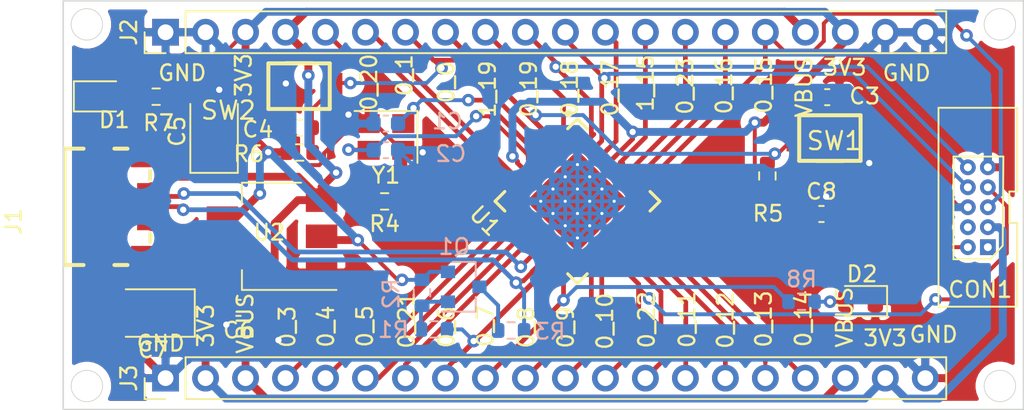
<source format=kicad_pcb>
(kicad_pcb (version 20171130) (host pcbnew "(5.1.8-0-10_14)")
  (layers (0 F.Cu signal) (31 B.Cu signal) (34 B.Paste user) (35 F.Paste user) (36 B.SilkS user) (37 F.SilkS user) (38 B.Mask user) (39 F.Mask user) (44 Edge.Cuts user))
  (net 0 "")
  (net 1 PIO0_19)
  (net 2 PIO0_18)
  (net 3 PIO0_17)
  (net 4 PIO1_15)
  (net 5 PIO0_23)
  (net 6 PIO0_16)
  (net 7 PIO0_15)
  (net 8 PIO0_14)
  (net 9 PIO0_13)
  (net 10 PIO0_12)
  (net 11 PIO0_11)
  (net 12 PIO0_22)
  (net 13 PIO0_10)
  (net 14 PIO0_9)
  (net 15 PIO0_8)
  (net 16 PIO0_7)
  (net 17 PIO0_6)
  (net 18 USB_DP)
  (net 19 USB_DM)
  (net 20 PIO0_21)
  (net 21 PIO0_5)
  (net 22 PIO0_4)
  (net 23 PIO0_3)
  (net 24 PIO0_2)
  (net 25 PIO0_20)
  (net 26 PIO0_1)
  (net 27 PIO0_0)
  (net 28 PIO1_19)
  (net 29 GND)
  (net 30 "Net-(CON1-Pad4)")
  (net 31 "Net-(CON1-Pad1)")
  (net 32 +3V3)
  (net 33 VBUS)
  (net 34 "Net-(J1-Pad4)")
  (net 35 "Net-(Q1-Pad1)")
  (net 36 "Net-(Q1-Pad3)")
  (net 37 "Net-(C1-Pad2)")
  (net 38 "Net-(C2-Pad2)")
  (net 39 "Net-(D1-Pad2)")
  (net 40 "Net-(D2-Pad2)")
  (module Capacitor_Tantalum_SMD:CP_EIA-3528-21_Kemet-B_Pad1.50x2.35mm_HandSolder (layer F.Cu) (at 105.72 93.86 180)
    (fp_text reference C7 (at 0 -2.35) (layer F.SilkS))
    (fp_text value CP)
    (pad 2 smd roundrect (at 1.625 0 180) (size 1.5 2.35) (layers F.Cu F.Paste F.Mask) (roundrect_rratio 0.166667) (net 29 GND))
    (pad 1 smd roundrect (at -1.625 0 180) (size 1.5 2.35) (layers F.Cu F.Paste F.Mask) (roundrect_rratio 0.166667) (net 32 +3V3))
  )
  (module Capacitor_Tantalum_SMD:CP_EIA-3528-21_Kemet-B_Pad1.50x2.35mm_HandSolder (layer F.Cu) (at 109.58 82.31 90)
    (fp_text reference C5 (at 0 -2.35 90) (layer F.SilkS))
    (fp_text value CP)
    (pad 2 smd roundrect (at 1.625 0 90) (size 1.5 2.35) (layers F.Cu F.Paste F.Mask) (roundrect_rratio 0.166667) (net 29 GND))
    (pad 1 smd roundrect (at -1.625 0 90) (size 1.5 2.35) (layers F.Cu F.Paste F.Mask) (roundrect_rratio 0.166667) (net 33 VBUS))
  )
  (module Capacitor_SMD:C_0603_1608Metric_Pad1.08x0.95mm_HandSolder (layer F.Cu) (at 148.1625 87.56)
    (fp_text reference C8 (at 0 -1.43) (layer F.SilkS))
    (fp_text value C)
    (pad 2 smd roundrect (at 0.8625 0) (size 1.075 0.95) (layers F.Cu F.Paste F.Mask) (net 29 GND))
    (pad 1 smd roundrect (at -0.8625 0) (size 1.075 0.95) (layers F.Cu F.Paste F.Mask) (net 32 +3V3))
  )
  (module Capacitor_SMD:C_0603_1608Metric_Pad1.08x0.95mm_HandSolder (layer F.Cu) (at 111.13 93.53 180)
    (fp_text reference C6 (at 0 -1.43) (layer F.SilkS))
    (fp_text value C)
    (pad 2 smd roundrect (at 0.8625 0 180) (size 1.075 0.95) (layers F.Cu F.Paste F.Mask) (net 29 GND))
    (pad 1 smd roundrect (at -0.8625 0 180) (size 1.075 0.95) (layers F.Cu F.Paste F.Mask) (net 33 VBUS))
  )
  (module Crystal:Crystal_SMD_3225-4Pin_3.2x2.5mm (layer F.Cu) (at 120.5 82.66 180)
    (fp_text reference Y1 (at 0 -2.45) (layer F.SilkS))
    (fp_text value 8MHz)
    (pad 4 smd rect (at -1.1 -0.85 180) (size 1.4 1.2) (layers F.Cu F.Paste F.Mask) (net 29 GND))
    (pad 3 smd rect (at 1.1 -0.85 180) (size 1.4 1.2) (layers F.Cu F.Paste F.Mask) (net 38 "Net-(C2-Pad2)"))
    (pad 2 smd rect (at 1.1 0.85 180) (size 1.4 1.2) (layers F.Cu F.Paste F.Mask) (net 29 GND))
    (pad 1 smd rect (at -1.1 0.85 180) (size 1.4 1.2) (layers F.Cu F.Paste F.Mask) (net 37 "Net-(C1-Pad2)"))
  )
  (module Connector_PinHeader_2.54mm:PinHeader_1x20_P2.54mm_Vertical (layer F.Cu) (at 106.5 98 90)
    (fp_text reference J3 (at 0 -2.33 90) (layer F.SilkS))
    (fp_text value Conn_01x20)
    (pad 20 thru_hole oval (at 0 48.26 90) (size 1.7 1.7) (drill 1) (layers *.Cu *.Mask) (net 29 GND))
    (pad 19 thru_hole oval (at 0 45.72 90) (size 1.7 1.7) (drill 1) (layers *.Cu *.Mask) (net 32 +3V3))
    (pad 18 thru_hole oval (at 0 43.18 90) (size 1.7 1.7) (drill 1) (layers *.Cu *.Mask) (net 33 VBUS))
    (pad 17 thru_hole oval (at 0 40.64 90) (size 1.7 1.7) (drill 1) (layers *.Cu *.Mask) (net 8 PIO0_14))
    (pad 16 thru_hole oval (at 0 38.1 90) (size 1.7 1.7) (drill 1) (layers *.Cu *.Mask) (net 9 PIO0_13))
    (pad 15 thru_hole oval (at 0 35.56 90) (size 1.7 1.7) (drill 1) (layers *.Cu *.Mask) (net 10 PIO0_12))
    (pad 14 thru_hole oval (at 0 33.02 90) (size 1.7 1.7) (drill 1) (layers *.Cu *.Mask) (net 11 PIO0_11))
    (pad 13 thru_hole oval (at 0 30.48 90) (size 1.7 1.7) (drill 1) (layers *.Cu *.Mask) (net 12 PIO0_22))
    (pad 12 thru_hole oval (at 0 27.94 90) (size 1.7 1.7) (drill 1) (layers *.Cu *.Mask) (net 13 PIO0_10))
    (pad 11 thru_hole oval (at 0 25.4 90) (size 1.7 1.7) (drill 1) (layers *.Cu *.Mask) (net 14 PIO0_9))
    (pad 10 thru_hole oval (at 0 22.86 90) (size 1.7 1.7) (drill 1) (layers *.Cu *.Mask) (net 15 PIO0_8))
    (pad 9 thru_hole oval (at 0 20.32 90) (size 1.7 1.7) (drill 1) (layers *.Cu *.Mask) (net 16 PIO0_7))
    (pad 8 thru_hole oval (at 0 17.78 90) (size 1.7 1.7) (drill 1) (layers *.Cu *.Mask) (net 17 PIO0_6))
    (pad 7 thru_hole oval (at 0 15.24 90) (size 1.7 1.7) (drill 1) (layers *.Cu *.Mask) (net 20 PIO0_21))
    (pad 6 thru_hole oval (at 0 12.7 90) (size 1.7 1.7) (drill 1) (layers *.Cu *.Mask) (net 21 PIO0_5))
    (pad 5 thru_hole oval (at 0 10.16 90) (size 1.7 1.7) (drill 1) (layers *.Cu *.Mask) (net 22 PIO0_4))
    (pad 4 thru_hole oval (at 0 7.62 90) (size 1.7 1.7) (drill 1) (layers *.Cu *.Mask) (net 23 PIO0_3))
    (pad 3 thru_hole oval (at 0 5.08 90) (size 1.7 1.7) (drill 1) (layers *.Cu *.Mask) (net 33 VBUS))
    (pad 2 thru_hole oval (at 0 2.54 90) (size 1.7 1.7) (drill 1) (layers *.Cu *.Mask) (net 32 +3V3))
    (pad 1 thru_hole rect (at 0 0 90) (size 1.7 1.7) (drill 1) (layers *.Cu *.Mask) (net 29 GND))
  )
  (module Connector_PinHeader_2.54mm:PinHeader_1x20_P2.54mm_Vertical (layer F.Cu) (at 106.5 76 90)
    (fp_text reference J2 (at 0 -2.33 90) (layer F.SilkS))
    (fp_text value Conn_01x20)
    (pad 20 thru_hole oval (at 0 48.26 90) (size 1.7 1.7) (drill 1) (layers *.Cu *.Mask) (net 29 GND))
    (pad 19 thru_hole oval (at 0 45.72 90) (size 1.7 1.7) (drill 1) (layers *.Cu *.Mask) (net 29 GND))
    (pad 18 thru_hole oval (at 0 43.18 90) (size 1.7 1.7) (drill 1) (layers *.Cu *.Mask) (net 32 +3V3))
    (pad 17 thru_hole oval (at 0 40.64 90) (size 1.7 1.7) (drill 1) (layers *.Cu *.Mask) (net 33 VBUS))
    (pad 16 thru_hole oval (at 0 38.1 90) (size 1.7 1.7) (drill 1) (layers *.Cu *.Mask) (net 7 PIO0_15))
    (pad 15 thru_hole oval (at 0 35.56 90) (size 1.7 1.7) (drill 1) (layers *.Cu *.Mask) (net 6 PIO0_16))
    (pad 14 thru_hole oval (at 0 33.02 90) (size 1.7 1.7) (drill 1) (layers *.Cu *.Mask) (net 5 PIO0_23))
    (pad 13 thru_hole oval (at 0 30.48 90) (size 1.7 1.7) (drill 1) (layers *.Cu *.Mask) (net 4 PIO1_15))
    (pad 12 thru_hole oval (at 0 27.94 90) (size 1.7 1.7) (drill 1) (layers *.Cu *.Mask) (net 3 PIO0_17))
    (pad 11 thru_hole oval (at 0 25.4 90) (size 1.7 1.7) (drill 1) (layers *.Cu *.Mask) (net 2 PIO0_18))
    (pad 10 thru_hole oval (at 0 22.86 90) (size 1.7 1.7) (drill 1) (layers *.Cu *.Mask) (net 1 PIO0_19))
    (pad 9 thru_hole oval (at 0 20.32 90) (size 1.7 1.7) (drill 1) (layers *.Cu *.Mask) (net 28 PIO1_19))
    (pad 8 thru_hole oval (at 0 17.78 90) (size 1.7 1.7) (drill 1) (layers *.Cu *.Mask) (net 27 PIO0_0))
    (pad 7 thru_hole oval (at 0 15.24 90) (size 1.7 1.7) (drill 1) (layers *.Cu *.Mask) (net 26 PIO0_1))
    (pad 6 thru_hole oval (at 0 12.7 90) (size 1.7 1.7) (drill 1) (layers *.Cu *.Mask) (net 25 PIO0_20))
    (pad 5 thru_hole oval (at 0 10.16 90) (size 1.7 1.7) (drill 1) (layers *.Cu *.Mask) (net 24 PIO0_2))
    (pad 4 thru_hole oval (at 0 7.62 90) (size 1.7 1.7) (drill 1) (layers *.Cu *.Mask) (net 33 VBUS))
    (pad 3 thru_hole oval (at 0 5.08 90) (size 1.7 1.7) (drill 1) (layers *.Cu *.Mask) (net 32 +3V3))
    (pad 2 thru_hole oval (at 0 2.54 90) (size 1.7 1.7) (drill 1) (layers *.Cu *.Mask) (net 29 GND))
    (pad 1 thru_hole rect (at 0 0 90) (size 1.7 1.7) (drill 1) (layers *.Cu *.Mask) (net 29 GND))
  )
  (module Resistor_SMD:R_0603_1608Metric (layer B.Cu) (at 146.9 93.14 180)
    (fp_text reference R8 (at 0 1.43) (layer B.SilkS) (effects (justify mirror)))
    (fp_text value 3k)
    (pad 2 smd roundrect (at 0.825 0 180) (size 0.8 0.95) (layers B.Cu B.Paste B.Mask) (net 16 PIO0_7))
    (pad 1 smd roundrect (at -0.825 0 180) (size 0.8 0.95) (layers B.Cu B.Paste B.Mask) (net 40 "Net-(D2-Pad2)"))
  )
  (module Resistor_SMD:R_0603_1608Metric (layer F.Cu) (at 105.9 80.1)
    (fp_text reference R7 (at 0.15 1.67) (layer F.SilkS))
    (fp_text value 3k)
    (pad 2 smd roundrect (at 0.825 0) (size 0.8 0.95) (layers F.Cu F.Paste F.Mask) (net 32 +3V3))
    (pad 1 smd roundrect (at -0.825 0) (size 0.8 0.95) (layers F.Cu F.Paste F.Mask) (net 39 "Net-(D1-Pad2)"))
  )
  (module LED_SMD:LED_0805_2012Metric (layer F.Cu) (at 150.65 93.1 180)
    (fp_text reference D2 (at -0.09 1.72) (layer F.SilkS))
    (fp_text value LED)
    (pad 2 smd roundrect (at 0.9375 0 180) (size 0.975 1.4) (layers F.Cu F.Paste F.Mask) (net 40 "Net-(D2-Pad2)"))
    (pad 1 smd roundrect (at -0.9375 0 180) (size 0.975 1.4) (layers F.Cu F.Paste F.Mask) (net 29 GND))
  )
  (module LED_SMD:LED_0805_2012Metric (layer F.Cu) (at 102.36 80.08)
    (fp_text reference D1 (at 0.88 1.5) (layer F.SilkS))
    (fp_text value LED)
    (pad 2 smd roundrect (at 0.9375 0) (size 0.975 1.4) (layers F.Cu F.Paste F.Mask) (net 39 "Net-(D1-Pad2)"))
    (pad 1 smd roundrect (at -0.9375 0) (size 0.975 1.4) (layers F.Cu F.Paste F.Mask) (net 29 GND))
  )
  (module mybays_connector:turtlekey (layer F.Cu) (at 114.98 79.43 180)
    (fp_text reference SW2 (at 2.65 -1.54) (layer F.SilkS) (effects (font (size 1.143 1.143) (thickness 0.1524)) (justify right)))
    (fp_text value SW_Push)
    (pad 1 smd rect (at -2.29997 0 180) (size 0.899998 1.699997) (layers F.Cu F.Paste F.Mask) (net 26 PIO0_1))
    (pad 2 smd rect (at 2.29997 0 180) (size 0.899998 1.699997) (layers F.Cu F.Paste F.Mask) (net 29 GND))
  )
  (module mybays_connector:turtlekey (layer F.Cu) (at 148.7 82.73)
    (fp_text reference SW1 (at -1.57 0.18) (layer F.SilkS) (effects (font (size 1.143 1.143) (thickness 0.1524)) (justify left)))
    (fp_text value SW_Push)
    (pad 1 smd rect (at -2.29997 0) (size 0.899998 1.699997) (layers F.Cu F.Paste F.Mask) (net 27 PIO0_0))
    (pad 2 smd rect (at 2.29997 0) (size 0.899998 1.699997) (layers F.Cu F.Paste F.Mask) (net 29 GND))
  )
  (module Resistor_SMD:R_0603_1608Metric (layer F.Cu) (at 115.02 83.65 180)
    (fp_text reference R6 (at 3.23 -0.09) (layer F.SilkS))
    (fp_text value 3k)
    (pad 2 smd roundrect (at 0.825 0 180) (size 0.8 0.95) (layers F.Cu F.Paste F.Mask) (net 32 +3V3))
    (pad 1 smd roundrect (at -0.825 0 180) (size 0.8 0.95) (layers F.Cu F.Paste F.Mask) (net 26 PIO0_1))
  )
  (module Resistor_SMD:R_0603_1608Metric (layer F.Cu) (at 144.73 85.14 270)
    (fp_text reference R5 (at 2.39 -0.04 180) (layer F.SilkS))
    (fp_text value 3k)
    (pad 2 smd roundrect (at 0.825 0 270) (size 0.8 0.95) (layers F.Cu F.Paste F.Mask) (net 32 +3V3))
    (pad 1 smd roundrect (at -0.825 0 270) (size 0.8 0.95) (layers F.Cu F.Paste F.Mask) (net 27 PIO0_0))
  )
  (module Resistor_SMD:R_0603_1608Metric (layer F.Cu) (at 120.415 86.76 180)
    (fp_text reference R4 (at 0 -1.43) (layer F.SilkS))
    (fp_text value 100)
    (pad 2 smd roundrect (at 0.825 0 180) (size 0.8 0.95) (layers F.Cu F.Paste F.Mask) (net 33 VBUS))
    (pad 1 smd roundrect (at -0.825 0 180) (size 0.8 0.95) (layers F.Cu F.Paste F.Mask) (net 23 PIO0_3))
  )
  (module Capacitor_SMD:C_0603_1608Metric (layer F.Cu) (at 115.02 82.07)
    (fp_text reference C4 (at -2.66 0.11) (layer F.SilkS))
    (fp_text value 100n)
    (pad 2 smd roundrect (at 0.775 0) (size 0.9 0.95) (layers F.Cu F.Paste F.Mask) (net 26 PIO0_1))
    (pad 1 smd roundrect (at -0.775 0) (size 0.9 0.95) (layers F.Cu F.Paste F.Mask) (net 29 GND))
  )
  (module Capacitor_SMD:C_0603_1608Metric (layer F.Cu) (at 148.53 80.13 180)
    (fp_text reference C3 (at -2.38 0.06) (layer F.SilkS))
    (fp_text value 100n)
    (pad 2 smd roundrect (at 0.775 0 180) (size 0.9 0.95) (layers F.Cu F.Paste F.Mask) (net 27 PIO0_0))
    (pad 1 smd roundrect (at -0.775 0 180) (size 0.9 0.95) (layers F.Cu F.Paste F.Mask) (net 29 GND))
  )
  (module Capacitor_SMD:C_0603_1608Metric (layer B.Cu) (at 120.495 83.5 180)
    (fp_text reference C2 (at -4.125 -0.23) (layer B.SilkS) (effects (justify mirror)))
    (fp_text value 15p)
    (pad 2 smd roundrect (at 0.775 0 180) (size 0.9 0.95) (layers B.Cu B.Paste B.Mask) (net 38 "Net-(C2-Pad2)"))
    (pad 1 smd roundrect (at -0.775 0 180) (size 0.9 0.95) (layers B.Cu B.Paste B.Mask) (net 29 GND))
  )
  (module Capacitor_SMD:C_0603_1608Metric (layer B.Cu) (at 120.49 81.81)
    (fp_text reference C1 (at 3.91 -0.15) (layer B.SilkS) (effects (justify mirror)))
    (fp_text value 15p)
    (pad 2 smd roundrect (at 0.775 0) (size 0.9 0.95) (layers B.Cu B.Paste B.Mask) (net 37 "Net-(C1-Pad2)"))
    (pad 1 smd roundrect (at -0.775 0) (size 0.9 0.95) (layers B.Cu B.Paste B.Mask) (net 29 GND))
  )
  (module Package_TO_SOT_SMD:SOT-23 (layer B.Cu) (at 125.44 92.19)
    (fp_text reference Q1 (at -0.6 -2.55) (layer B.SilkS) (effects (justify mirror)))
    (fp_text value Q_NPN_BEC)
    (pad 3 smd rect (at 1 0) (size 0.9 0.8) (layers B.Cu B.Paste B.Mask) (net 36 "Net-(Q1-Pad3)"))
    (pad 2 smd rect (at -1 -0.95) (size 0.9 0.8) (layers B.Cu B.Paste B.Mask) (net 32 +3V3))
    (pad 1 smd rect (at -1 0.95) (size 0.9 0.8) (layers B.Cu B.Paste B.Mask) (net 35 "Net-(Q1-Pad1)"))
  )
  (module Resistor_SMD:R_0603_1608Metric (layer B.Cu) (at 128.45 94.97 180)
    (fp_text reference R3 (at -2.47 -0.06) (layer B.SilkS) (effects (justify mirror)))
    (fp_text value 1.5k)
    (pad 2 smd roundrect (at 0.825 0 180) (size 0.8 0.95) (layers B.Cu B.Paste B.Mask) (net 36 "Net-(Q1-Pad3)"))
    (pad 1 smd roundrect (at -0.825 0 180) (size 0.8 0.95) (layers B.Cu B.Paste B.Mask) (net 18 USB_DP))
  )
  (module Resistor_SMD:R_0603_1608Metric (layer B.Cu) (at 122.79 92.57 90)
    (fp_text reference R2 (at -0.07 -1.96 90) (layer B.SilkS) (effects (justify mirror)))
    (fp_text value 24k)
    (pad 2 smd roundrect (at 0.825 0 90) (size 0.8 0.95) (layers B.Cu B.Paste B.Mask) (net 32 +3V3))
    (pad 1 smd roundrect (at -0.825 0 90) (size 0.8 0.95) (layers B.Cu B.Paste B.Mask) (net 35 "Net-(Q1-Pad1)"))
  )
  (module Resistor_SMD:R_0603_1608Metric (layer B.Cu) (at 123.55 94.9)
    (fp_text reference R1 (at -2.59 0.02) (layer B.SilkS) (effects (justify mirror)))
    (fp_text value 3k)
    (pad 2 smd roundrect (at 0.825 0) (size 0.8 0.95) (layers B.Cu B.Paste B.Mask) (net 17 PIO0_6))
    (pad 1 smd roundrect (at -0.825 0) (size 0.8 0.95) (layers B.Cu B.Paste B.Mask) (net 35 "Net-(Q1-Pad1)"))
  )
  (module Package_TO_SOT_SMD:SOT-223-3_TabPin2 (layer F.Cu) (at 113.26 88.98 180)
    (fp_text reference U2 (at 0.17 0.25) (layer F.SilkS))
    (fp_text value LM1117-3.3)
    (pad 1 smd rect (at -3.15 -2.3 180) (size 2 1.5) (layers F.Cu F.Paste F.Mask) (net 29 GND))
    (pad 3 smd rect (at -3.15 2.3 180) (size 2 1.5) (layers F.Cu F.Paste F.Mask) (net 33 VBUS))
    (pad 2 smd rect (at -3.15 0 180) (size 2 1.5) (layers F.Cu F.Paste F.Mask) (net 32 +3V3))
    (pad 2 smd rect (at 3.15 0 180) (size 2 3.8) (layers F.Cu F.Paste F.Mask) (net 32 +3V3))
  )
  (module mybays_connector:MICRO-USB_MICRO-USB-17 (layer F.Cu) (at 103.93 87.09 90)
    (fp_text reference J1 (at -0.95 -7.1 90) (layer F.SilkS))
    (fp_text value microusb)
    (pad 0 smd rect (at 3.24993 1.080516 90) (size 1.499997 1.400048) (layers F.Cu F.Paste F.Mask) (net 29 GND))
    (pad 0 smd rect (at -3.24993 1.080516 90) (size 1.499997 1.400048) (layers F.Cu F.Paste F.Mask) (net 29 GND))
    (pad 0 smd rect (at 4.074922 -1.660398 270) (size 2.5 1.499997) (layers F.Cu F.Paste F.Mask) (net 29 GND))
    (pad 0 smd rect (at -4.074922 -1.660398) (size 1.499997 2.5) (layers F.Cu F.Paste F.Mask) (net 29 GND))
    (pad 1 smd rect (at 1.296416 1.660652 180) (size 1.799996 0.399999) (layers F.Cu F.Paste F.Mask) (net 33 VBUS))
    (pad 2 smd rect (at 0.646176 1.660652 180) (size 1.799996 0.399999) (layers F.Cu F.Paste F.Mask) (net 19 USB_DM))
    (pad 3 smd rect (at -0.004064 1.660652 180) (size 1.799996 0.399999) (layers F.Cu F.Paste F.Mask) (net 18 USB_DP))
    (pad 4 smd rect (at -0.654304 1.660652 180) (size 1.799996 0.399999) (layers F.Cu F.Paste F.Mask) (net 34 "Net-(J1-Pad4)"))
    (pad 5 smd rect (at -1.304544 1.660652 180) (size 1.799996 0.399999) (layers F.Cu F.Paste F.Mask) (net 29 GND))
    (pad "" np_thru_hole circle (at 1.9939 0.999236 90) (size 0.700024 0.700024) (drill 0.700024) (layers *.Cu *.Mask))
    (pad "" np_thru_hole circle (at -2.00406 0.999236 90) (size 0.700024 0.700024) (drill 0.700024) (layers *.Cu *.Mask))
  )
  (module mybays_fpga_cpld:SOT865-1_N (layer F.Cu) (at 131.78 82.65 315)
    (fp_text reference U1 (at 0.254558 7.311484 135) (layer F.SilkS))
    (fp_text value LPC11U14FHN33_201)
    (pad 33 thru_hole circle (at 5.174971 3.924986 315) (size 0.5 0.5) (drill 0.2) (layers *.Cu) (net 29 GND))
    (pad 33 thru_hole circle (at 4.074897 3.924986 315) (size 0.5 0.5) (drill 0.2) (layers *.Cu) (net 29 GND))
    (pad 33 thru_hole circle (at 2.975077 3.924986 315) (size 0.5 0.5) (drill 0.2) (layers *.Cu) (net 29 GND))
    (pad 33 thru_hole circle (at 1.875003 3.924986 315) (size 0.5 0.5) (drill 0.2) (layers *.Cu) (net 29 GND))
    (pad 33 thru_hole circle (at 5.174971 2.824912 315) (size 0.5 0.5) (drill 0.2) (layers *.Cu) (net 29 GND))
    (pad 33 thru_hole circle (at 4.074897 2.824912 315) (size 0.5 0.5) (drill 0.2) (layers *.Cu) (net 29 GND))
    (pad 33 thru_hole circle (at 2.975077 2.824912 315) (size 0.5 0.5) (drill 0.2) (layers *.Cu) (net 29 GND))
    (pad 33 thru_hole circle (at 1.875003 2.824912 315) (size 0.5 0.5) (drill 0.2) (layers *.Cu) (net 29 GND))
    (pad 33 thru_hole circle (at 5.174971 1.725092 315) (size 0.5 0.5) (drill 0.2) (layers *.Cu) (net 29 GND))
    (pad 33 thru_hole circle (at 4.074897 1.725092 315) (size 0.5 0.5) (drill 0.2) (layers *.Cu) (net 29 GND))
    (pad 33 thru_hole circle (at 2.975077 1.725092 315) (size 0.5 0.5) (drill 0.2) (layers *.Cu) (net 29 GND))
    (pad 33 thru_hole circle (at 1.875003 1.725092 315) (size 0.5 0.5) (drill 0.2) (layers *.Cu) (net 29 GND))
    (pad 33 thru_hole circle (at 5.174971 0.625018 315) (size 0.5 0.5) (drill 0.2) (layers *.Cu) (net 29 GND))
    (pad 33 thru_hole circle (at 4.074897 0.625018 315) (size 0.5 0.5) (drill 0.2) (layers *.Cu) (net 29 GND))
    (pad 33 thru_hole circle (at 2.975077 0.625018 315) (size 0.5 0.5) (drill 0.2) (layers *.Cu) (net 29 GND))
    (pad 33 thru_hole circle (at 1.875003 0.625018 315) (size 0.5 0.5) (drill 0.2) (layers *.Cu) (net 29 GND))
    (pad 33 smd rect (at 3.524987 2.275002 315) (size 4.600001 4.600001) (layers F.Cu F.Paste F.Mask) (net 29 GND))
    (pad 32 smd oval (at 1.249909 -1.25001 315) (size 0.299999 0.750001) (layers F.Cu F.Paste F.Mask) (net 1 PIO0_19))
    (pad 31 smd oval (at 1.899895 -1.25001 315) (size 0.299999 0.750001) (layers F.Cu F.Paste F.Mask) (net 2 PIO0_18))
    (pad 30 smd oval (at 2.549881 -1.25001 315) (size 0.299999 0.750001) (layers F.Cu F.Paste F.Mask) (net 3 PIO0_17))
    (pad 29 smd oval (at 3.199867 -1.25001 315) (size 0.299999 0.750001) (layers F.Cu F.Paste F.Mask) (net 32 +3V3))
    (pad 28 smd oval (at 3.850107 -1.25001 315) (size 0.299999 0.750001) (layers F.Cu F.Paste F.Mask) (net 4 PIO1_15))
    (pad 27 smd oval (at 4.500093 -1.25001 315) (size 0.299999 0.750001) (layers F.Cu F.Paste F.Mask) (net 5 PIO0_23))
    (pad 26 smd oval (at 5.150079 -1.25001 315) (size 0.299999 0.750001) (layers F.Cu F.Paste F.Mask) (net 6 PIO0_16))
    (pad 25 smd oval (at 5.800065 -1.25001 315) (size 0.299999 0.750001) (layers F.Cu F.Paste F.Mask) (net 7 PIO0_15))
    (pad 24 smd oval (at 7.049999 -0.000076 45) (size 0.299999 0.750001) (layers F.Cu F.Paste F.Mask) (net 8 PIO0_14))
    (pad 23 smd oval (at 7.049999 0.64991 45) (size 0.299999 0.750001) (layers F.Cu F.Paste F.Mask) (net 9 PIO0_13))
    (pad 22 smd oval (at 7.049999 1.299896 45) (size 0.299999 0.750001) (layers F.Cu F.Paste F.Mask) (net 10 PIO0_12))
    (pad 21 smd oval (at 7.049999 1.949882 45) (size 0.299999 0.750001) (layers F.Cu F.Paste F.Mask) (net 11 PIO0_11))
    (pad 20 smd oval (at 7.049999 2.600122 45) (size 0.299999 0.750001) (layers F.Cu F.Paste F.Mask) (net 12 PIO0_22))
    (pad 19 smd oval (at 7.049999 3.250108 45) (size 0.299999 0.750001) (layers F.Cu F.Paste F.Mask) (net 13 PIO0_10))
    (pad 18 smd oval (at 7.049999 3.900094 45) (size 0.299999 0.750001) (layers F.Cu F.Paste F.Mask) (net 14 PIO0_9))
    (pad 17 smd oval (at 7.049999 4.55008 45) (size 0.299999 0.750001) (layers F.Cu F.Paste F.Mask) (net 15 PIO0_8))
    (pad 16 smd oval (at 5.800065 5.800014 315) (size 0.299999 0.750001) (layers F.Cu F.Paste F.Mask) (net 16 PIO0_7))
    (pad 15 smd oval (at 5.150079 5.800014 315) (size 0.299999 0.750001) (layers F.Cu F.Paste F.Mask) (net 17 PIO0_6))
    (pad 14 smd oval (at 4.500093 5.800014 315) (size 0.299999 0.750001) (layers F.Cu F.Paste F.Mask) (net 18 USB_DP))
    (pad 13 smd oval (at 3.850107 5.800014 315) (size 0.299999 0.750001) (layers F.Cu F.Paste F.Mask) (net 19 USB_DM))
    (pad 12 smd oval (at 3.199867 5.800014 315) (size 0.299999 0.750001) (layers F.Cu F.Paste F.Mask) (net 20 PIO0_21))
    (pad 11 smd oval (at 2.549881 5.800014 315) (size 0.299999 0.750001) (layers F.Cu F.Paste F.Mask) (net 21 PIO0_5))
    (pad 10 smd oval (at 1.899895 5.800014 315) (size 0.299999 0.750001) (layers F.Cu F.Paste F.Mask) (net 22 PIO0_4))
    (pad 9 smd oval (at 1.249909 5.800014 315) (size 0.299999 0.750001) (layers F.Cu F.Paste F.Mask) (net 23 PIO0_3))
    (pad 8 smd oval (at -0.000025 4.55008 45) (size 0.299999 0.750001) (layers F.Cu F.Paste F.Mask) (net 24 PIO0_2))
    (pad 7 smd oval (at -0.000025 3.900094 45) (size 0.299999 0.750001) (layers F.Cu F.Paste F.Mask) (net 25 PIO0_20))
    (pad 6 smd oval (at -0.000025 3.250108 45) (size 0.299999 0.750001) (layers F.Cu F.Paste F.Mask) (net 32 +3V3))
    (pad 5 smd oval (at -0.000025 2.600122 45) (size 0.299999 0.750001) (layers F.Cu F.Paste F.Mask) (net 38 "Net-(C2-Pad2)"))
    (pad 4 smd oval (at -0.000025 1.949882 45) (size 0.299999 0.750001) (layers F.Cu F.Paste F.Mask) (net 37 "Net-(C1-Pad2)"))
    (pad 3 smd oval (at -0.000025 1.299896 45) (size 0.299999 0.750001) (layers F.Cu F.Paste F.Mask) (net 26 PIO0_1))
    (pad 2 smd oval (at -0.000025 0.64991 45) (size 0.299999 0.750001) (layers F.Cu F.Paste F.Mask) (net 27 PIO0_0))
    (pad 1 smd oval (at -0.000025 -0.000076 45) (size 0.299999 0.750001) (layers F.Cu F.Paste F.Mask) (net 28 PIO1_19))
  )
  (module mybays_connector:debugger_2x05_P1.27mm_Vertical (layer F.Cu) (at 158.1 87.13 180)
    (fp_text reference CON1 (at -0.15 -5.24) (layer F.SilkS))
    (fp_text value CORTEX-DEBUGGER)
    (pad 9 thru_hole oval (at -0.635 2.54 180) (size 1 1) (drill 0.5) (layers *.Cu *.Mask) (net 29 GND))
    (pad 10 thru_hole oval (at 0.635 2.54 180) (size 1 1) (drill 0.5) (layers *.Cu *.Mask) (net 1 PIO0_19))
    (pad 7 thru_hole oval (at -0.635 1.27 180) (size 1 1) (drill 0.5) (layers *.Cu *.Mask) (net 13 PIO0_10))
    (pad 8 thru_hole oval (at 0.635 1.27 180) (size 1 1) (drill 0.5) (layers *.Cu *.Mask) (net 2 PIO0_18))
    (pad 5 thru_hole oval (at -0.635 0 180) (size 1 1) (drill 0.5) (layers *.Cu *.Mask) (net 7 PIO0_15))
    (pad 6 thru_hole oval (at 0.635 0 180) (size 1 1) (drill 0.5) (layers *.Cu *.Mask) (net 29 GND))
    (pad 3 thru_hole oval (at -0.635 -1.27 180) (size 1 1) (drill 0.5) (layers *.Cu *.Mask) (net 32 +3V3))
    (pad 4 thru_hole oval (at 0.635 -1.27 180) (size 1 1) (drill 0.5) (layers *.Cu *.Mask) (net 30 "Net-(CON1-Pad4)"))
    (pad 2 thru_hole oval (at 0.635 -2.54 180) (size 1 1) (drill 0.5) (layers *.Cu *.Mask) (net 27 PIO0_0))
    (pad 1 thru_hole rect (at -0.635 -2.54 180) (size 1 1) (drill 0.5) (layers *.Cu *.Mask) (net 31 "Net-(CON1-Pad1)"))
  )
  (gr_text GND (at 155.29 95.23) (layer F.SilkS) (effects (font (size 1 1))))
  (gr_text 3V3 (at 152.21 95.45) (layer F.SilkS) (effects (font (size 1 1))))
  (gr_text VBUS (at 149.63 94.12 90) (layer F.SilkS) (effects (font (size 1 1))))
  (gr_text 0_14 (at 147.01 94.21 90) (layer F.SilkS) (effects (font (size 1 1))))
  (gr_text 0_13 (at 144.49 94.24 90) (layer F.SilkS) (effects (font (size 1 1))))
  (gr_text 0_12 (at 142.06 94.32 90) (layer F.SilkS) (effects (font (size 1 1))))
  (gr_text 0_11 (at 139.63 94.27 90) (layer F.SilkS) (effects (font (size 1 1))))
  (gr_text 0_22 (at 137.06 94.29 90) (layer F.SilkS) (effects (font (size 1 1))))
  (gr_text 0_10 (at 134.41 94.38 90) (layer F.SilkS) (effects (font (size 1 1))))
  (gr_text 0_9 (at 131.92 94.77 90) (layer F.SilkS) (effects (font (size 1 1))))
  (gr_text 0_8 (at 129.41 94.77 90) (layer F.SilkS) (effects (font (size 1 1))))
  (gr_text 0_7 (at 126.81 94.69 90) (layer F.SilkS) (effects (font (size 1 1))))
  (gr_text 0_6 (at 124.34 94.76 90) (layer F.SilkS) (effects (font (size 1 1))))
  (gr_text 0_21 (at 121.81 94.31 90) (layer F.SilkS) (effects (font (size 1 1))))
  (gr_text 0_5 (at 119.16 94.7 90) (layer F.SilkS) (effects (font (size 1 1))))
  (gr_text 0_4 (at 116.69 94.72 90) (layer F.SilkS) (effects (font (size 1 1))))
  (gr_text 0_3 (at 114.23 94.74 90) (layer F.SilkS) (effects (font (size 1 1))))
  (gr_text VBUS (at 111.56 94.51 90) (layer F.SilkS) (effects (font (size 1 1))))
  (gr_text 3V3 (at 109.05 94.66 90) (layer F.SilkS) (effects (font (size 1 1))))
  (gr_text GND (at 106.19 95.79) (layer F.SilkS) (effects (font (size 1 1))))
  (gr_text GND (at 153.58 78.6) (layer F.SilkS) (effects (font (size 1 1))))
  (gr_text 3V3 (at 149.65 78.24) (layer F.SilkS) (effects (font (size 1 1))))
  (gr_text VBUS (at 147.06 79.48 90) (layer F.SilkS) (effects (font (size 1 1))))
  (gr_text 0_15 (at 144.5 79.37 90) (layer F.SilkS) (effects (font (size 1 1))))
  (gr_text 0_16 (at 141.98 79.41 90) (layer F.SilkS) (effects (font (size 1 1))))
  (gr_text 0_23 (at 139.5 79.43 90) (layer F.SilkS) (effects (font (size 1 1))))
  (gr_text 1_15 (at 136.99 79.23 90) (layer F.SilkS) (effects (font (size 1 1))))
  (gr_text 0_17 (at 134.73 79.55 90) (layer F.SilkS) (effects (font (size 1 1))))
  (gr_text 0_18 (at 132.17 79.57 90) (layer F.SilkS) (effects (font (size 1 1))))
  (gr_text 0_19 (at 129.57 79.6 90) (layer F.SilkS) (effects (font (size 1 1))))
  (gr_text 1_19 (at 126.96 79.62 90) (layer F.SilkS) (effects (font (size 1 1))))
  (gr_text 0_0 (at 124.34 79.18 90) (layer F.SilkS) (effects (font (size 1 1))))
  (gr_text 0_1 (at 121.67 78.74 90) (layer F.SilkS) (effects (font (size 1 1))))
  (gr_text 0_20 (at 119.42 79.18 90) (layer F.SilkS) (effects (font (size 1 1))))
  (gr_text 3V3 (at 111.45 78.72 90) (layer F.SilkS) (effects (font (size 1 1))))
  (gr_text GND (at 107.56 78.59) (layer F.SilkS) (effects (font (size 1 1))))
  (gr_circle (center 159.5 98.5) (end 160.5 98.5) (layer Edge.Cuts) (width 0.05))
  (gr_circle (center 101.5 98.5) (end 102.5 98.5) (layer Edge.Cuts) (width 0.05))
  (gr_circle (center 101.5 75.5) (end 102.5 75.5) (layer Edge.Cuts) (width 0.05))
  (gr_circle (center 159.5 75.5) (end 160.5 75.5) (layer Edge.Cuts) (width 0.05))
  (gr_line (start 161 74) (end 161 100) (layer Edge.Cuts) (width 0.1))
  (gr_line (start 100 74) (end 161 74) (layer Edge.Cuts) (width 0.1))
  (gr_line (start 100 100) (end 100 74) (layer Edge.Cuts) (width 0.1))
  (gr_line (start 161 100) (end 100 100) (layer Edge.Cuts) (width 0.1))
  (via (at 131.285 78.195) (size 0.8) (drill 0.4) (layers F.Cu B.Cu) (net 1))
  (segment (start 151.07 78.195) (end 157.465 84.59) (width 0.25) (layer B.Cu) (net 1))
  (segment (start 131.285 78.195) (end 151.07 78.195) (width 0.25) (layer B.Cu) (net 1))
  (segment (start 133.54771 80.45771) (end 131.285 78.195) (width 0.3) (layer F.Cu) (net 1))
  (segment (start 133.54771 82.649929) (end 133.54771 80.45771) (width 0.3) (layer F.Cu) (net 1))
  (segment (start 131.285 77.925) (end 129.36 76) (width 0.3) (layer F.Cu) (net 1))
  (segment (start 131.285 78.195) (end 131.285 77.925) (width 0.3) (layer F.Cu) (net 1))
  (segment (start 157.465 85.86) (end 150.25001 78.64501) (width 0.25) (layer B.Cu) (net 2))
  (segment (start 134.64499 78.64501) (end 134.37 78.92) (width 0.25) (layer B.Cu) (net 2))
  (segment (start 150.25001 78.64501) (end 134.64499 78.64501) (width 0.25) (layer B.Cu) (net 2))
  (via (at 134.37 78.92) (size 0.8) (drill 0.4) (layers F.Cu B.Cu) (net 2))
  (segment (start 134.206817 82.91004) (end 134.206817 79.083183) (width 0.3) (layer F.Cu) (net 2))
  (segment (start 134.206817 79.083183) (end 134.37 78.92) (width 0.3) (layer F.Cu) (net 2))
  (segment (start 134.007319 83.109538) (end 134.206817 82.91004) (width 0.3) (layer F.Cu) (net 2))
  (segment (start 131.9 76.45) (end 131.9 76) (width 0.3) (layer F.Cu) (net 2))
  (segment (start 134.37 78.92) (end 131.9 76.45) (width 0.3) (layer F.Cu) (net 2))
  (segment (start 135.120001 76.680001) (end 134.44 76) (width 0.3) (layer F.Cu) (net 3))
  (segment (start 135.120001 82.916076) (end 135.120001 76.680001) (width 0.3) (layer F.Cu) (net 3))
  (segment (start 134.466929 83.569148) (end 135.120001 82.916076) (width 0.3) (layer F.Cu) (net 3))
  (segment (start 136.98 82.682415) (end 136.98 76) (width 0.3) (layer F.Cu) (net 4))
  (segment (start 135.386327 84.276088) (end 136.98 82.682415) (width 0.3) (layer F.Cu) (net 4))
  (segment (start 135.386327 84.488546) (end 135.386327 84.276088) (width 0.3) (layer F.Cu) (net 4))
  (segment (start 139.52 81.274093) (end 139.52 76) (width 0.3) (layer F.Cu) (net 5))
  (segment (start 135.845937 84.948156) (end 139.52 81.274093) (width 0.3) (layer F.Cu) (net 5))
  (segment (start 142.06 79.653311) (end 142.06 76) (width 0.3) (layer F.Cu) (net 6))
  (segment (start 136.305546 85.407765) (end 142.06 79.653311) (width 0.3) (layer F.Cu) (net 6))
  (via (at 157.38 76.2) (size 0.8) (drill 0.4) (layers F.Cu B.Cu) (net 7))
  (segment (start 159.560001 86.304999) (end 159.560001 78.380001) (width 0.25) (layer B.Cu) (net 7))
  (segment (start 159.560001 78.380001) (end 157.38 76.2) (width 0.25) (layer B.Cu) (net 7))
  (segment (start 158.735 87.13) (end 159.560001 86.304999) (width 0.25) (layer B.Cu) (net 7))
  (segment (start 145.775001 77.175001) (end 144.6 76) (width 0.25) (layer F.Cu) (net 7))
  (segment (start 147.704001 77.175001) (end 145.775001 77.175001) (width 0.25) (layer F.Cu) (net 7))
  (segment (start 148.315001 76.564001) (end 147.704001 77.175001) (width 0.25) (layer F.Cu) (net 7))
  (segment (start 148.315001 75.435999) (end 148.315001 76.564001) (width 0.25) (layer F.Cu) (net 7))
  (segment (start 148.926001 74.824999) (end 148.315001 75.435999) (width 0.25) (layer F.Cu) (net 7))
  (segment (start 156.004999 74.824999) (end 148.926001 74.824999) (width 0.25) (layer F.Cu) (net 7))
  (segment (start 157.38 76.2) (end 156.004999 74.824999) (width 0.25) (layer F.Cu) (net 7))
  (segment (start 144.6 78.032531) (end 144.6 76) (width 0.3) (layer F.Cu) (net 7))
  (segment (start 136.765156 85.867375) (end 144.6 78.032531) (width 0.3) (layer F.Cu) (net 7))
  (segment (start 136.775048 87.635048) (end 147.14 98) (width 0.3) (layer F.Cu) (net 8))
  (segment (start 136.765156 87.635048) (end 136.775048 87.635048) (width 0.3) (layer F.Cu) (net 8))
  (segment (start 144.6 96.389112) (end 144.6 96.96) (width 0.3) (layer F.Cu) (net 9))
  (segment (start 136.305546 88.094658) (end 144.6 96.389112) (width 0.3) (layer F.Cu) (net 9))
  (segment (start 144.6 96.96) (end 144.6 98) (width 0.25) (layer F.Cu) (net 9))
  (segment (start 142.06 94.76833) (end 142.06 98) (width 0.3) (layer F.Cu) (net 10))
  (segment (start 135.845937 88.554267) (end 142.06 94.76833) (width 0.3) (layer F.Cu) (net 10))
  (segment (start 139.545 97.975) (end 139.52 98) (width 0.3) (layer F.Cu) (net 11))
  (segment (start 139.545 93.17255) (end 139.545 97.975) (width 0.3) (layer F.Cu) (net 11))
  (segment (start 135.386327 89.013877) (end 139.545 93.17255) (width 0.3) (layer F.Cu) (net 11))
  (segment (start 137.970001 97.009999) (end 136.98 98) (width 0.3) (layer F.Cu) (net 12))
  (segment (start 137.970001 92.517129) (end 137.970001 97.009999) (width 0.3) (layer F.Cu) (net 12))
  (segment (start 134.926538 89.473666) (end 137.970001 92.517129) (width 0.3) (layer F.Cu) (net 12))
  (segment (start 134.466929 89.933276) (end 136.52999 91.996337) (width 0.25) (layer F.Cu) (net 13))
  (segment (start 136.52999 95.91001) (end 134.44 98) (width 0.25) (layer F.Cu) (net 13))
  (segment (start 136.52999 91.996337) (end 136.52999 95.91001) (width 0.25) (layer F.Cu) (net 13))
  (via (at 137.22 92.93) (size 0.8) (drill 0.4) (layers F.Cu B.Cu) (net 13))
  (segment (start 136.52999 92.23999) (end 137.22 92.93) (width 0.25) (layer F.Cu) (net 13))
  (segment (start 136.52999 91.996337) (end 136.52999 92.23999) (width 0.25) (layer F.Cu) (net 13))
  (segment (start 158.735 85.86) (end 159.94 87.065) (width 0.25) (layer F.Cu) (net 13))
  (via (at 155.41 92.99) (size 0.8) (drill 0.4) (layers F.Cu B.Cu) (net 13))
  (segment (start 157.000002 92.99) (end 155.41 92.99) (width 0.25) (layer F.Cu) (net 13))
  (segment (start 159.94 90.050002) (end 157.000002 92.99) (width 0.25) (layer F.Cu) (net 13))
  (segment (start 159.94 87.065) (end 159.94 90.050002) (width 0.25) (layer F.Cu) (net 13))
  (segment (start 138.23001 93.94001) (end 137.22 92.93) (width 0.25) (layer B.Cu) (net 13))
  (segment (start 154.45999 93.94001) (end 138.23001 93.94001) (width 0.25) (layer B.Cu) (net 13))
  (segment (start 155.41 92.99) (end 154.45999 93.94001) (width 0.25) (layer B.Cu) (net 13))
  (segment (start 136.55499 95.88501) (end 134.44 98) (width 0.3) (layer F.Cu) (net 13))
  (segment (start 136.55499 92.021337) (end 136.55499 95.88501) (width 0.3) (layer F.Cu) (net 13))
  (segment (start 134.466929 89.933276) (end 136.55499 92.021337) (width 0.3) (layer F.Cu) (net 13))
  (segment (start 134.206817 95.693183) (end 131.9 98) (width 0.3) (layer F.Cu) (net 14))
  (segment (start 134.206817 90.592383) (end 134.206817 95.693183) (width 0.3) (layer F.Cu) (net 14))
  (segment (start 134.007319 90.392885) (end 134.206817 90.592383) (width 0.3) (layer F.Cu) (net 14))
  (segment (start 133.54771 93.81229) (end 129.36 98) (width 0.3) (layer F.Cu) (net 15))
  (segment (start 133.54771 90.852495) (end 133.54771 93.81229) (width 0.3) (layer F.Cu) (net 15))
  (via (at 131.780036 93.039964) (size 0.8) (drill 0.4) (layers F.Cu B.Cu) (net 16))
  (segment (start 132.615001 92.204999) (end 131.780036 93.039964) (width 0.25) (layer B.Cu) (net 16))
  (segment (start 145.139999 92.204999) (end 132.615001 92.204999) (width 0.25) (layer B.Cu) (net 16))
  (segment (start 146.075 93.14) (end 145.139999 92.204999) (width 0.25) (layer B.Cu) (net 16))
  (segment (start 131.780036 90.852495) (end 131.780036 93.039964) (width 0.3) (layer F.Cu) (net 16))
  (segment (start 131.780036 93.039964) (end 126.82 98) (width 0.3) (layer F.Cu) (net 16))
  (segment (start 124.28 97.433312) (end 124.28 98) (width 0.25) (layer F.Cu) (net 17))
  (segment (start 124.375 94.9) (end 125.33 94.9) (width 0.25) (layer B.Cu) (net 17))
  (via (at 126.071656 95.641656) (size 0.8) (drill 0.4) (layers F.Cu B.Cu) (net 17))
  (segment (start 125.33 94.9) (end 126.071656 95.641656) (width 0.25) (layer B.Cu) (net 17))
  (segment (start 131.320427 90.392885) (end 126.071656 95.641656) (width 0.25) (layer F.Cu) (net 17))
  (segment (start 130.265311 91.532697) (end 124.918008 96.88) (width 0.3) (layer F.Cu) (net 17))
  (segment (start 130.265311 91.448001) (end 130.265311 91.532697) (width 0.3) (layer F.Cu) (net 17))
  (segment (start 131.320427 90.392885) (end 130.265311 91.448001) (width 0.3) (layer F.Cu) (net 17))
  (segment (start 124.833312 96.88) (end 124.571656 97.141656) (width 0.3) (layer F.Cu) (net 17))
  (segment (start 124.918008 96.88) (end 124.833312 96.88) (width 0.3) (layer F.Cu) (net 17))
  (segment (start 124.571656 97.141656) (end 124.28 97.433312) (width 0.25) (layer F.Cu) (net 17))
  (segment (start 126.071656 95.641656) (end 124.571656 97.141656) (width 0.25) (layer F.Cu) (net 17))
  (via (at 107.62 87.29) (size 0.8) (drill 0.4) (layers F.Cu B.Cu) (net 18))
  (via (at 128.759003 91.929003) (size 0.8) (drill 0.4) (layers F.Cu B.Cu) (net 18))
  (segment (start 129.275 92.445) (end 128.759003 91.929003) (width 0.25) (layer B.Cu) (net 18))
  (segment (start 129.275 94.97) (end 129.275 92.445) (width 0.25) (layer B.Cu) (net 18))
  (segment (start 127.344999 90.514999) (end 114.615001 90.514999) (width 0.25) (layer B.Cu) (net 18))
  (segment (start 128.759003 91.929003) (end 127.344999 90.514999) (width 0.25) (layer B.Cu) (net 18))
  (segment (start 111.390002 87.29) (end 107.62 87.29) (width 0.25) (layer B.Cu) (net 18))
  (segment (start 114.615001 90.514999) (end 111.390002 87.29) (width 0.25) (layer B.Cu) (net 18))
  (segment (start 129.765303 91.240889) (end 129.765303 91.276245) (width 0.3) (layer F.Cu) (net 18))
  (segment (start 130.860817 90.145375) (end 129.765303 91.240889) (width 0.3) (layer F.Cu) (net 18))
  (segment (start 130.860817 89.933276) (end 130.860817 90.145375) (width 0.3) (layer F.Cu) (net 18))
  (segment (start 129.765303 91.276245) (end 129.227575 91.813973) (width 0.3) (layer F.Cu) (net 18))
  (segment (start 111.390002 87.325354) (end 111.372325 87.307677) (width 0.3) (layer B.Cu) (net 18))
  (segment (start 114.539657 90.47501) (end 111.390002 87.325354) (width 0.3) (layer B.Cu) (net 18))
  (segment (start 127.30501 90.47501) (end 114.539657 90.47501) (width 0.3) (layer B.Cu) (net 18))
  (segment (start 128.759003 91.929003) (end 127.30501 90.47501) (width 0.3) (layer B.Cu) (net 18))
  (segment (start 111.354648 87.29) (end 111.657324 87.592676) (width 0.3) (layer B.Cu) (net 18))
  (segment (start 107.62 87.29) (end 111.354648 87.29) (width 0.3) (layer B.Cu) (net 18))
  (segment (start 128.874033 91.813973) (end 128.759003 91.929003) (width 0.3) (layer F.Cu) (net 18))
  (segment (start 129.227575 91.813973) (end 128.874033 91.813973) (width 0.3) (layer F.Cu) (net 18))
  (segment (start 107.424064 87.094064) (end 107.62 87.29) (width 0.3) (layer F.Cu) (net 18))
  (segment (start 105.590652 87.094064) (end 107.424064 87.094064) (width 0.3) (layer F.Cu) (net 18))
  (via (at 107.66 86.26) (size 0.8) (drill 0.4) (layers F.Cu B.Cu) (net 19))
  (via (at 129.0653 90.915301) (size 0.8) (drill 0.4) (layers F.Cu B.Cu) (net 19))
  (segment (start 130.401208 89.579393) (end 129.0653 90.915301) (width 0.3) (layer F.Cu) (net 19))
  (segment (start 130.401208 89.473666) (end 130.401208 89.579393) (width 0.3) (layer F.Cu) (net 19))
  (segment (start 111.031768 86.260001) (end 114.630883 89.859116) (width 0.3) (layer B.Cu) (net 19))
  (segment (start 107.66 86.26) (end 111.031768 86.260001) (width 0.3) (layer B.Cu) (net 19))
  (segment (start 114.795 89.975) (end 128.124999 89.975) (width 0.3) (layer B.Cu) (net 19))
  (segment (start 114.679116 89.859116) (end 114.795 89.975) (width 0.3) (layer B.Cu) (net 19))
  (segment (start 128.124999 89.975) (end 129.0653 90.915301) (width 0.3) (layer B.Cu) (net 19))
  (segment (start 114.630883 89.859116) (end 114.679116 89.859116) (width 0.3) (layer B.Cu) (net 19))
  (segment (start 107.476176 86.443824) (end 107.66 86.26) (width 0.3) (layer F.Cu) (net 19))
  (segment (start 105.590652 86.443824) (end 107.476176 86.443824) (width 0.3) (layer F.Cu) (net 19))
  (segment (start 121.74 97.130599) (end 121.74 98) (width 0.3) (layer F.Cu) (net 20))
  (segment (start 129.657225 89.213374) (end 121.74 97.130599) (width 0.3) (layer F.Cu) (net 20))
  (segment (start 129.741921 89.213374) (end 129.657225 89.213374) (width 0.3) (layer F.Cu) (net 20))
  (segment (start 129.941418 89.013877) (end 129.741921 89.213374) (width 0.3) (layer F.Cu) (net 20))
  (segment (start 120.036076 98) (end 119.2 98) (width 0.3) (layer F.Cu) (net 21))
  (segment (start 129.481809 88.554267) (end 120.036076 98) (width 0.3) (layer F.Cu) (net 21))
  (segment (start 118.545 96.115) (end 116.66 98) (width 0.3) (layer F.Cu) (net 22))
  (segment (start 121.001857 96.115) (end 118.545 96.115) (width 0.3) (layer F.Cu) (net 22))
  (segment (start 129.022199 88.094658) (end 121.001857 96.115) (width 0.3) (layer F.Cu) (net 22))
  (segment (start 116.48001 95.63999) (end 114.12 98) (width 0.25) (layer F.Cu) (net 23))
  (segment (start 120.55001 95.63999) (end 116.48001 95.63999) (width 0.25) (layer F.Cu) (net 23))
  (segment (start 127.687542 86.76) (end 128.56259 87.635048) (width 0.25) (layer F.Cu) (net 23))
  (segment (start 121.24 86.76) (end 127.687542 86.76) (width 0.25) (layer F.Cu) (net 23))
  (segment (start 128.56259 87.635048) (end 128.554952 87.635048) (width 0.3) (layer F.Cu) (net 23))
  (segment (start 120.65 95.54) (end 120.55001 95.63999) (width 0.25) (layer F.Cu) (net 23))
  (segment (start 120.35501 95.61499) (end 116.50501 95.61499) (width 0.3) (layer F.Cu) (net 23))
  (segment (start 120.6 95.37) (end 120.35501 95.61499) (width 0.3) (layer F.Cu) (net 23))
  (segment (start 120.82 95.37) (end 120.6 95.37) (width 0.3) (layer F.Cu) (net 23))
  (segment (start 128.554952 87.635048) (end 120.82 95.37) (width 0.3) (layer F.Cu) (net 23))
  (segment (start 116.50501 95.61499) (end 114.12 98) (width 0.3) (layer F.Cu) (net 23))
  (segment (start 120.82 95.37) (end 120.65 95.54) (width 0.3) (layer F.Cu) (net 23))
  (segment (start 128.557375 85.867375) (end 120.31 77.62) (width 0.3) (layer F.Cu) (net 24))
  (segment (start 128.56259 85.867375) (end 128.557375 85.867375) (width 0.3) (layer F.Cu) (net 24))
  (segment (start 118.28 77.62) (end 116.66 76) (width 0.3) (layer F.Cu) (net 24))
  (segment (start 120.31 77.62) (end 118.28 77.62) (width 0.3) (layer F.Cu) (net 24))
  (segment (start 119.529738 76) (end 119.2 76) (width 0.3) (layer F.Cu) (net 25))
  (segment (start 128.738006 85.208268) (end 119.529738 76) (width 0.3) (layer F.Cu) (net 25))
  (segment (start 128.822702 85.208268) (end 128.738006 85.208268) (width 0.3) (layer F.Cu) (net 25))
  (segment (start 129.022199 85.407765) (end 128.822702 85.208268) (width 0.3) (layer F.Cu) (net 25))
  (via (at 124.03 78.28) (size 0.8) (drill 0.4) (layers F.Cu B.Cu) (net 26))
  (segment (start 123.53 77.78) (end 124.03 78.28) (width 0.25) (layer F.Cu) (net 26))
  (segment (start 123.52 77.78) (end 123.53 77.78) (width 0.25) (layer F.Cu) (net 26))
  (via (at 118.24 79.23) (size 0.8) (drill 0.4) (layers F.Cu B.Cu) (net 26))
  (segment (start 123.08 79.23) (end 118.24 79.23) (width 0.25) (layer B.Cu) (net 26))
  (segment (start 124.03 78.28) (end 123.08 79.23) (width 0.25) (layer B.Cu) (net 26))
  (segment (start 117.47997 79.23) (end 117.27997 79.43) (width 0.25) (layer F.Cu) (net 26))
  (segment (start 118.24 79.23) (end 117.47997 79.23) (width 0.25) (layer F.Cu) (net 26))
  (segment (start 115.795 80.91497) (end 117.27997 79.43) (width 0.25) (layer F.Cu) (net 26))
  (segment (start 115.795 82.07) (end 115.795 80.91497) (width 0.25) (layer F.Cu) (net 26))
  (segment (start 115.845 82.12) (end 115.795 82.07) (width 0.25) (layer F.Cu) (net 26))
  (segment (start 115.845 83.65) (end 115.845 82.12) (width 0.25) (layer F.Cu) (net 26))
  (segment (start 126.861668 79.569999) (end 125.071669 77.78) (width 0.3) (layer F.Cu) (net 26))
  (segment (start 130.860817 83.569148) (end 126.861668 79.569999) (width 0.3) (layer F.Cu) (net 26))
  (segment (start 123.52 77.78) (end 121.74 76) (width 0.3) (layer F.Cu) (net 26))
  (segment (start 125.071669 77.78) (end 123.52 77.78) (width 0.3) (layer F.Cu) (net 26))
  (segment (start 131.320427 83.109538) (end 131.319538 83.109538) (width 0.25) (layer F.Cu) (net 27))
  (segment (start 124.28 76.07) (end 124.28 76) (width 0.25) (layer F.Cu) (net 27))
  (segment (start 153.34003 89.67) (end 146.40003 82.73) (width 0.25) (layer F.Cu) (net 27))
  (segment (start 157.465 89.67) (end 153.34003 89.67) (width 0.25) (layer F.Cu) (net 27))
  (segment (start 147.755 81.37503) (end 146.40003 82.73) (width 0.25) (layer F.Cu) (net 27))
  (segment (start 147.755 80.13) (end 147.755 81.37503) (width 0.25) (layer F.Cu) (net 27))
  (segment (start 144.81503 84.315) (end 146.40003 82.73) (width 0.25) (layer F.Cu) (net 27))
  (segment (start 144.73 84.315) (end 144.81503 84.315) (width 0.25) (layer F.Cu) (net 27))
  (segment (start 129.845 81.435) (end 130.01 81.27) (width 0.25) (layer F.Cu) (net 27))
  (segment (start 129.845 81.635) (end 129.845 81.435) (width 0.25) (layer F.Cu) (net 27))
  (segment (start 131.319538 83.109538) (end 129.845 81.635) (width 0.25) (layer F.Cu) (net 27))
  (via (at 130.01 81.27) (size 0.8) (drill 0.4) (layers F.Cu B.Cu) (net 27))
  (segment (start 129.845 81.635) (end 124.28 76.07) (width 0.25) (layer F.Cu) (net 27))
  (segment (start 130.01 81.27) (end 133.02 81.27) (width 0.25) (layer B.Cu) (net 27))
  (segment (start 133.02 81.27) (end 135.48 83.73) (width 0.25) (layer B.Cu) (net 27))
  (via (at 145.2 83.73) (size 0.8) (drill 0.4) (layers F.Cu B.Cu) (net 27))
  (segment (start 135.48 83.73) (end 145.2 83.73) (width 0.25) (layer B.Cu) (net 27))
  (segment (start 145.2 83.845) (end 144.73 84.315) (width 0.25) (layer F.Cu) (net 27))
  (segment (start 145.2 83.73) (end 145.2 83.845) (width 0.25) (layer F.Cu) (net 27))
  (segment (start 131.320427 83.040427) (end 124.28 76) (width 0.3) (layer F.Cu) (net 27))
  (segment (start 131.320427 83.109538) (end 131.320427 83.040427) (width 0.3) (layer F.Cu) (net 27))
  (segment (start 131.780036 82.649929) (end 131.769929 82.649929) (width 0.25) (layer F.Cu) (net 28))
  (segment (start 131.780036 80.200036) (end 129.14 77.56) (width 0.3) (layer F.Cu) (net 28))
  (segment (start 131.780036 82.649929) (end 131.780036 80.200036) (width 0.3) (layer F.Cu) (net 28))
  (segment (start 128.38 77.56) (end 126.82 76) (width 0.3) (layer F.Cu) (net 28))
  (segment (start 129.14 77.56) (end 128.38 77.56) (width 0.3) (layer F.Cu) (net 28))
  (segment (start 102.269602 91.164922) (end 102.269602 83.015078) (width 0.5) (layer F.Cu) (net 29))
  (segment (start 105.010516 96.510516) (end 106.5 98) (width 0.5) (layer F.Cu) (net 29))
  (segment (start 106.5 98) (end 106.71 98) (width 0.5) (layer B.Cu) (net 29))
  (segment (start 153.459999 96.699999) (end 154.76 98) (width 0.5) (layer B.Cu) (net 29))
  (segment (start 106.71 98) (end 108.010001 96.699999) (width 0.5) (layer B.Cu) (net 29))
  (segment (start 150.919999 77.300001) (end 152.22 76) (width 0.5) (layer B.Cu) (net 29))
  (segment (start 109.04 76) (end 110.340001 77.300001) (width 0.5) (layer B.Cu) (net 29))
  (segment (start 106.5 76) (end 109.04 76) (width 0.5) (layer B.Cu) (net 29))
  (segment (start 152.22 76) (end 154.76 76) (width 0.5) (layer B.Cu) (net 29))
  (segment (start 151.5875 93.1) (end 152.53 93.1) (width 0.25) (layer F.Cu) (net 29))
  (segment (start 154.76 95.33) (end 154.76 98) (width 0.25) (layer F.Cu) (net 29))
  (segment (start 152.53 93.1) (end 154.76 95.33) (width 0.25) (layer F.Cu) (net 29))
  (segment (start 158.735 79.975) (end 154.76 76) (width 0.5) (layer B.Cu) (net 29))
  (segment (start 158.735 84.59) (end 158.735 79.975) (width 0.5) (layer B.Cu) (net 29))
  (segment (start 154.76 85.132106) (end 154.76 76) (width 0.5) (layer F.Cu) (net 29))
  (segment (start 156.757894 87.13) (end 154.76 85.132106) (width 0.5) (layer F.Cu) (net 29))
  (segment (start 157.465 87.13) (end 156.757894 87.13) (width 0.5) (layer F.Cu) (net 29))
  (segment (start 149.305 81.03503) (end 150.99997 82.73) (width 0.25) (layer F.Cu) (net 29))
  (segment (start 149.305 80.13) (end 149.305 81.03503) (width 0.25) (layer F.Cu) (net 29))
  (segment (start 102.269602 80.927102) (end 101.4225 80.08) (width 0.5) (layer F.Cu) (net 29))
  (segment (start 102.269602 83.015078) (end 102.269602 80.927102) (width 0.5) (layer F.Cu) (net 29))
  (segment (start 106.225456 88.394544) (end 107.1 89.269088) (width 0.5) (layer F.Cu) (net 29))
  (segment (start 105.590652 88.394544) (end 106.225456 88.394544) (width 0.5) (layer F.Cu) (net 29))
  (segment (start 107.1 89.269088) (end 107.1 89.89) (width 0.5) (layer F.Cu) (net 29))
  (segment (start 106.65007 90.33993) (end 105.010516 90.33993) (width 0.5) (layer F.Cu) (net 29))
  (segment (start 107.1 89.89) (end 106.65007 90.33993) (width 0.5) (layer F.Cu) (net 29))
  (segment (start 103.094594 90.33993) (end 102.269602 91.164922) (width 0.5) (layer F.Cu) (net 29))
  (segment (start 105.010516 90.33993) (end 103.094594 90.33993) (width 0.5) (layer F.Cu) (net 29))
  (segment (start 103.094594 83.84007) (end 102.269602 83.015078) (width 0.5) (layer F.Cu) (net 29))
  (segment (start 105.010516 83.84007) (end 103.094594 83.84007) (width 0.5) (layer F.Cu) (net 29))
  (segment (start 114.245 80.99497) (end 112.68003 79.43) (width 0.25) (layer F.Cu) (net 29))
  (segment (start 114.245 82.07) (end 114.245 80.99497) (width 0.25) (layer F.Cu) (net 29))
  (segment (start 113.97 79.43) (end 114.14 79.26) (width 0.5) (layer F.Cu) (net 29))
  (via (at 114.14 79.26) (size 0.8) (drill 0.4) (layers F.Cu B.Cu) (net 29))
  (segment (start 112.68003 79.43) (end 113.97 79.43) (width 0.5) (layer F.Cu) (net 29))
  (segment (start 113.660001 78.780001) (end 113.660001 77.300001) (width 0.5) (layer B.Cu) (net 29))
  (segment (start 113.660001 77.300001) (end 150.919999 77.300001) (width 0.5) (layer B.Cu) (net 29))
  (segment (start 114.14 79.26) (end 113.660001 78.780001) (width 0.5) (layer B.Cu) (net 29))
  (segment (start 110.340001 77.300001) (end 113.660001 77.300001) (width 0.5) (layer B.Cu) (net 29))
  (segment (start 119.8 81.81) (end 119.4 81.81) (width 0.25) (layer F.Cu) (net 29))
  (segment (start 121.5 83.51) (end 119.8 81.81) (width 0.25) (layer F.Cu) (net 29))
  (segment (start 121.6 83.51) (end 121.5 83.51) (width 0.25) (layer F.Cu) (net 29))
  (segment (start 124.521212 86.751212) (end 121.27 83.5) (width 0.25) (layer B.Cu) (net 29))
  (segment (start 130.330443 86.751212) (end 124.521212 86.751212) (width 0.25) (layer B.Cu) (net 29))
  (segment (start 101.4225 79.7275) (end 101.4225 80.08) (width 0.5) (layer F.Cu) (net 29))
  (segment (start 105.15 76) (end 101.4225 79.7275) (width 0.5) (layer F.Cu) (net 29))
  (segment (start 106.5 76) (end 105.15 76) (width 0.5) (layer F.Cu) (net 29))
  (via (at 113.67 95.58) (size 0.8) (drill 0.4) (layers F.Cu B.Cu) (net 29))
  (segment (start 116.41 91.28) (end 116.41 92.84) (width 0.5) (layer F.Cu) (net 29))
  (segment (start 112.629999 96.620001) (end 112.629999 96.699999) (width 0.5) (layer B.Cu) (net 29))
  (segment (start 113.67 95.58) (end 112.629999 96.620001) (width 0.5) (layer B.Cu) (net 29))
  (segment (start 112.629999 96.699999) (end 153.459999 96.699999) (width 0.5) (layer B.Cu) (net 29))
  (segment (start 108.010001 96.699999) (end 112.629999 96.699999) (width 0.5) (layer B.Cu) (net 29))
  (segment (start 114.92001 82.74501) (end 114.245 82.07) (width 0.25) (layer F.Cu) (net 29))
  (segment (start 114.92001 84.06001) (end 114.92001 82.74501) (width 0.25) (layer F.Cu) (net 29))
  (segment (start 115.31001 84.45001) (end 114.92001 84.06001) (width 0.25) (layer F.Cu) (net 29))
  (segment (start 116.262468 84.45001) (end 115.31001 84.45001) (width 0.25) (layer F.Cu) (net 29))
  (segment (start 116.57001 84.142468) (end 116.262468 84.45001) (width 0.25) (layer F.Cu) (net 29))
  (segment (start 116.57001 83.68999) (end 116.57001 84.142468) (width 0.25) (layer F.Cu) (net 29))
  (segment (start 118.45 81.81) (end 116.57001 83.68999) (width 0.25) (layer F.Cu) (net 29))
  (segment (start 119.4 81.81) (end 118.45 81.81) (width 0.25) (layer F.Cu) (net 29))
  (via (at 122.83 83.64) (size 0.8) (drill 0.4) (layers F.Cu B.Cu) (net 29))
  (segment (start 122.69 83.5) (end 122.83 83.64) (width 0.25) (layer B.Cu) (net 29))
  (segment (start 121.27 83.5) (end 122.69 83.5) (width 0.25) (layer B.Cu) (net 29))
  (segment (start 121.73 83.64) (end 121.6 83.51) (width 0.25) (layer F.Cu) (net 29))
  (segment (start 122.83 83.64) (end 121.73 83.64) (width 0.25) (layer F.Cu) (net 29))
  (via (at 118.12 81.24) (size 0.8) (drill 0.4) (layers F.Cu B.Cu) (net 29))
  (segment (start 118.69 81.81) (end 118.12 81.24) (width 0.25) (layer B.Cu) (net 29))
  (segment (start 119.715 81.81) (end 118.69 81.81) (width 0.25) (layer B.Cu) (net 29))
  (segment (start 118.83 81.24) (end 119.4 81.81) (width 0.25) (layer F.Cu) (net 29))
  (segment (start 118.12 81.24) (end 118.83 81.24) (width 0.25) (layer F.Cu) (net 29))
  (segment (start 131.886182 86.751212) (end 131.108313 87.529081) (width 0.25) (layer B.Cu) (net 29))
  (segment (start 131.886183 86.751212) (end 131.886182 86.751212) (width 0.25) (layer B.Cu) (net 29))
  (segment (start 131.886183 86.751211) (end 132.663873 85.973521) (width 0.25) (layer B.Cu) (net 29))
  (segment (start 131.886183 86.751212) (end 131.886183 86.751211) (width 0.25) (layer B.Cu) (net 29))
  (segment (start 132.663874 85.973521) (end 133.441743 85.195652) (width 0.25) (layer B.Cu) (net 29))
  (segment (start 132.663873 85.973521) (end 132.663874 85.973521) (width 0.25) (layer B.Cu) (net 29))
  (segment (start 131.886003 88.306772) (end 132.663873 87.528902) (width 0.25) (layer B.Cu) (net 29))
  (segment (start 132.663873 87.528902) (end 133.441563 86.751212) (width 0.25) (layer B.Cu) (net 29))
  (segment (start 133.441563 86.751212) (end 134.219433 85.973342) (width 0.25) (layer B.Cu) (net 29))
  (segment (start 134.219432 87.529081) (end 133.441563 86.751212) (width 0.25) (layer B.Cu) (net 29))
  (segment (start 134.219433 87.529081) (end 134.219432 87.529081) (width 0.25) (layer B.Cu) (net 29))
  (segment (start 133.441563 86.751211) (end 132.663873 85.973521) (width 0.25) (layer B.Cu) (net 29))
  (segment (start 133.441563 86.751212) (end 133.441563 86.751211) (width 0.25) (layer B.Cu) (net 29))
  (segment (start 132.663872 85.973521) (end 131.886003 85.195652) (width 0.25) (layer B.Cu) (net 29))
  (segment (start 132.663873 85.973521) (end 132.663872 85.973521) (width 0.25) (layer B.Cu) (net 29))
  (segment (start 131.108313 85.973342) (end 131.886183 86.751212) (width 0.25) (layer B.Cu) (net 29))
  (segment (start 131.886183 86.751212) (end 132.663873 87.528902) (width 0.25) (layer B.Cu) (net 29))
  (segment (start 132.663873 87.528902) (end 133.441743 88.306772) (width 0.25) (layer B.Cu) (net 29))
  (segment (start 131.108313 87.529082) (end 131.886003 88.306772) (width 0.25) (layer B.Cu) (net 29))
  (segment (start 131.108313 87.529081) (end 131.108313 87.529082) (width 0.25) (layer B.Cu) (net 29))
  (segment (start 131.886004 88.306772) (end 132.663873 89.084641) (width 0.25) (layer B.Cu) (net 29))
  (segment (start 131.886003 88.306772) (end 131.886004 88.306772) (width 0.25) (layer B.Cu) (net 29))
  (segment (start 132.663874 89.084641) (end 133.441743 88.306772) (width 0.25) (layer B.Cu) (net 29))
  (segment (start 132.663873 89.084641) (end 132.663874 89.084641) (width 0.25) (layer B.Cu) (net 29))
  (segment (start 133.441743 88.306771) (end 134.219433 87.529081) (width 0.25) (layer B.Cu) (net 29))
  (segment (start 133.441743 88.306772) (end 133.441743 88.306771) (width 0.25) (layer B.Cu) (net 29))
  (segment (start 134.219434 87.529081) (end 134.997303 86.751212) (width 0.25) (layer B.Cu) (net 29))
  (segment (start 134.219433 87.529081) (end 134.219434 87.529081) (width 0.25) (layer B.Cu) (net 29))
  (segment (start 134.997303 86.751212) (end 134.219433 85.973342) (width 0.25) (layer B.Cu) (net 29))
  (segment (start 134.219433 85.973342) (end 133.441743 85.195652) (width 0.25) (layer B.Cu) (net 29))
  (segment (start 133.441743 85.195652) (end 132.663873 84.417782) (width 0.25) (layer B.Cu) (net 29))
  (segment (start 132.663873 84.417782) (end 131.886003 85.195652) (width 0.25) (layer B.Cu) (net 29))
  (segment (start 131.886003 85.195652) (end 130.330443 86.751212) (width 0.25) (layer B.Cu) (net 29))
  (segment (start 130.330444 86.751212) (end 131.108313 87.529081) (width 0.25) (layer B.Cu) (net 29))
  (segment (start 130.330443 86.751212) (end 130.330444 86.751212) (width 0.25) (layer B.Cu) (net 29))
  (segment (start 130.330443 86.751212) (end 134.997303 86.751212) (width 0.25) (layer B.Cu) (net 29))
  (segment (start 132.663873 84.417782) (end 132.663873 89.084641) (width 0.25) (layer B.Cu) (net 29))
  (segment (start 131.108313 85.973342) (end 134.219433 85.973342) (width 0.25) (layer B.Cu) (net 29))
  (segment (start 131.886003 85.195652) (end 133.441743 85.195652) (width 0.25) (layer B.Cu) (net 29))
  (segment (start 131.108313 87.529081) (end 134.219433 87.529081) (width 0.25) (layer B.Cu) (net 29))
  (segment (start 131.886003 88.306772) (end 133.441743 88.306772) (width 0.25) (layer B.Cu) (net 29))
  (segment (start 131.886003 85.195652) (end 131.886003 88.306772) (width 0.25) (layer B.Cu) (net 29))
  (segment (start 131.108313 85.973342) (end 131.108313 87.529081) (width 0.25) (layer B.Cu) (net 29))
  (segment (start 133.441743 85.195652) (end 133.441743 88.306772) (width 0.25) (layer B.Cu) (net 29))
  (segment (start 134.219433 85.973342) (end 134.219433 87.529081) (width 0.25) (layer B.Cu) (net 29))
  (segment (start 149.305 78.915) (end 152.22 76) (width 0.5) (layer F.Cu) (net 29))
  (segment (start 149.305 80.13) (end 149.305 78.915) (width 0.5) (layer F.Cu) (net 29))
  (segment (start 104.095 93.86) (end 104.491032 93.86) (width 0.5) (layer F.Cu) (net 29))
  (segment (start 105.010516 93.340516) (end 105.010516 96.510516) (width 0.5) (layer F.Cu) (net 29))
  (segment (start 104.491032 93.86) (end 105.010516 93.340516) (width 0.5) (layer F.Cu) (net 29))
  (segment (start 105.010516 90.33993) (end 105.010516 93.340516) (width 0.5) (layer F.Cu) (net 29))
  (via (at 109.91 79.66) (size 0.8) (drill 0.4) (layers F.Cu B.Cu) (net 29))
  (segment (start 109.58 79.99) (end 109.91 79.66) (width 0.5) (layer F.Cu) (net 29))
  (segment (start 109.58 80.685) (end 109.58 79.99) (width 0.5) (layer F.Cu) (net 29))
  (segment (start 109.91 76.87) (end 109.04 76) (width 0.5) (layer B.Cu) (net 29))
  (segment (start 109.91 79.66) (end 109.91 76.87) (width 0.5) (layer B.Cu) (net 29))
  (segment (start 114.76 94.49) (end 113.67 95.58) (width 0.5) (layer F.Cu) (net 29))
  (segment (start 116.41 92.84) (end 114.76 94.49) (width 0.5) (layer F.Cu) (net 29))
  (via (at 148.46 86.45) (size 0.8) (drill 0.4) (layers F.Cu B.Cu) (net 29))
  (segment (start 149.025 87.015) (end 148.46 86.45) (width 0.3) (layer F.Cu) (net 29))
  (segment (start 149.025 87.56) (end 149.025 87.015) (width 0.3) (layer F.Cu) (net 29))
  (via (at 151.2 84.32) (size 0.8) (drill 0.4) (layers F.Cu B.Cu) (net 29))
  (segment (start 150.59 84.32) (end 151.2 84.32) (width 0.3) (layer B.Cu) (net 29))
  (segment (start 148.46 86.45) (end 150.59 84.32) (width 0.3) (layer B.Cu) (net 29))
  (segment (start 151.2 82.93003) (end 150.99997 82.73) (width 0.3) (layer F.Cu) (net 29))
  (segment (start 151.2 84.32) (end 151.2 82.93003) (width 0.3) (layer F.Cu) (net 29))
  (via (at 110.36 94.6) (size 0.8) (drill 0.4) (layers F.Cu B.Cu) (net 29))
  (segment (start 110.2675 94.5075) (end 110.36 94.6) (width 0.25) (layer F.Cu) (net 29))
  (segment (start 110.2675 93.53) (end 110.2675 94.5075) (width 0.25) (layer F.Cu) (net 29))
  (segment (start 111.34 95.58) (end 113.67 95.58) (width 0.25) (layer B.Cu) (net 29))
  (segment (start 110.36 94.6) (end 111.34 95.58) (width 0.25) (layer B.Cu) (net 29))
  (segment (start 150.919999 99.300001) (end 152.22 98) (width 0.5) (layer B.Cu) (net 32))
  (segment (start 110.340001 99.300001) (end 150.919999 99.300001) (width 0.5) (layer B.Cu) (net 32))
  (segment (start 109.04 98) (end 110.340001 99.300001) (width 0.5) (layer B.Cu) (net 32))
  (segment (start 148.379999 74.699999) (end 149.68 76) (width 0.5) (layer B.Cu) (net 32))
  (segment (start 112.880001 74.699999) (end 148.379999 74.699999) (width 0.5) (layer B.Cu) (net 32))
  (segment (start 111.58 76) (end 112.880001 74.699999) (width 0.5) (layer B.Cu) (net 32))
  (segment (start 110.11 88.98) (end 110.11 89.44) (width 0.5) (layer F.Cu) (net 32))
  (segment (start 109.04 90.51) (end 109.04 98) (width 0.5) (layer F.Cu) (net 32))
  (segment (start 110.11 89.44) (end 109.04 90.51) (width 0.5) (layer F.Cu) (net 32))
  (segment (start 153.520001 99.300001) (end 152.22 98) (width 0.5) (layer B.Cu) (net 32))
  (segment (start 159.685001 95.244999) (end 155.629999 99.300001) (width 0.5) (layer B.Cu) (net 32))
  (segment (start 159.685001 88.642895) (end 159.685001 95.244999) (width 0.5) (layer B.Cu) (net 32))
  (segment (start 155.629999 99.300001) (end 153.520001 99.300001) (width 0.5) (layer B.Cu) (net 32))
  (segment (start 159.442106 88.4) (end 159.685001 88.642895) (width 0.5) (layer B.Cu) (net 32))
  (segment (start 158.735 88.4) (end 159.442106 88.4) (width 0.5) (layer B.Cu) (net 32))
  (segment (start 143.92999 85.16499) (end 144.73 85.965) (width 0.25) (layer F.Cu) (net 32))
  (segment (start 143.92999 81.75001) (end 143.92999 85.16499) (width 0.25) (layer F.Cu) (net 32))
  (via (at 136.17 82.34) (size 0.8) (drill 0.4) (layers F.Cu B.Cu) (net 32))
  (via (at 143.92999 81.75001) (size 0.8) (drill 0.4) (layers F.Cu B.Cu) (net 32))
  (via (at 128.53487 83.89513) (size 0.8) (drill 0.4) (layers F.Cu B.Cu) (net 32))
  (segment (start 107.48 80.1) (end 111.58 76) (width 0.25) (layer F.Cu) (net 32))
  (segment (start 106.725 80.1) (end 107.48 80.1) (width 0.25) (layer F.Cu) (net 32))
  (segment (start 123.295 91.24) (end 122.79 91.745) (width 0.25) (layer B.Cu) (net 32))
  (segment (start 124.44 91.24) (end 123.295 91.24) (width 0.25) (layer B.Cu) (net 32))
  (via (at 118.71 89.22) (size 0.8) (drill 0.4) (layers F.Cu B.Cu) (net 32))
  (segment (start 116.65 89.22) (end 116.41 88.98) (width 0.5) (layer F.Cu) (net 32))
  (segment (start 118.71 89.22) (end 116.65 89.22) (width 0.5) (layer F.Cu) (net 32))
  (segment (start 113.12 83.63) (end 113.02 83.63) (width 0.5) (layer B.Cu) (net 32))
  (via (at 113.02 83.63) (size 0.8) (drill 0.4) (layers F.Cu B.Cu) (net 32))
  (segment (start 118.71 89.22) (end 113.12 83.63) (width 0.5) (layer B.Cu) (net 32))
  (segment (start 114.175 83.63) (end 114.195 83.65) (width 0.5) (layer F.Cu) (net 32))
  (segment (start 113.02 83.63) (end 114.175 83.63) (width 0.5) (layer F.Cu) (net 32))
  (segment (start 111.58 82.19) (end 111.58 76) (width 0.5) (layer F.Cu) (net 32))
  (segment (start 113.02 83.63) (end 111.58 82.19) (width 0.5) (layer F.Cu) (net 32))
  (via (at 112.49 86.26) (size 0.8) (drill 0.4) (layers F.Cu B.Cu) (net 32))
  (segment (start 110.11 88.64) (end 112.49 86.26) (width 0.5) (layer F.Cu) (net 32))
  (segment (start 110.11 88.98) (end 110.11 88.64) (width 0.5) (layer F.Cu) (net 32))
  (segment (start 112.49 84.16) (end 113.02 83.63) (width 0.5) (layer B.Cu) (net 32))
  (segment (start 112.49 86.26) (end 112.49 84.16) (width 0.5) (layer B.Cu) (net 32))
  (segment (start 121.24 91.75) (end 121.52 91.75) (width 0.25) (layer F.Cu) (net 32))
  (via (at 121.52 91.75) (size 0.8) (drill 0.4) (layers F.Cu B.Cu) (net 32))
  (segment (start 118.71 89.22) (end 121.24 91.75) (width 0.25) (layer F.Cu) (net 32))
  (segment (start 122.785 91.75) (end 122.79 91.745) (width 0.25) (layer B.Cu) (net 32))
  (segment (start 121.52 91.75) (end 122.785 91.75) (width 0.25) (layer B.Cu) (net 32))
  (segment (start 128.53487 81.07513) (end 129.065001 80.544999) (width 0.5) (layer B.Cu) (net 32))
  (segment (start 128.53487 83.89513) (end 128.53487 81.07513) (width 0.5) (layer B.Cu) (net 32))
  (segment (start 134.249999 80.419999) (end 136.17 82.34) (width 0.5) (layer B.Cu) (net 32))
  (segment (start 129.601999 80.419999) (end 134.249999 80.419999) (width 0.5) (layer B.Cu) (net 32))
  (segment (start 129.476999 80.544999) (end 129.601999 80.419999) (width 0.5) (layer B.Cu) (net 32))
  (segment (start 129.065001 80.544999) (end 129.476999 80.544999) (width 0.5) (layer B.Cu) (net 32))
  (segment (start 143.34 82.34) (end 143.92999 81.75001) (width 0.5) (layer B.Cu) (net 32))
  (segment (start 136.17 82.34) (end 143.34 82.34) (width 0.5) (layer B.Cu) (net 32))
  (segment (start 149.68 76.565685) (end 149.68 76) (width 0.5) (layer F.Cu) (net 32))
  (segment (start 144.495675 81.75001) (end 149.68 76.565685) (width 0.5) (layer F.Cu) (net 32))
  (segment (start 143.92999 81.75001) (end 144.495675 81.75001) (width 0.5) (layer F.Cu) (net 32))
  (segment (start 129.481809 84.948156) (end 128.853653 84.32) (width 0.3) (layer F.Cu) (net 32))
  (segment (start 128.853653 84.213913) (end 128.53487 83.89513) (width 0.3) (layer F.Cu) (net 32))
  (segment (start 128.853653 84.32) (end 128.853653 84.213913) (width 0.3) (layer F.Cu) (net 32))
  (segment (start 136.17 82.785295) (end 136.17 82.34) (width 0.3) (layer F.Cu) (net 32))
  (segment (start 134.926538 84.028757) (end 136.17 82.785295) (width 0.3) (layer F.Cu) (net 32))
  (segment (start 107.345 91.745) (end 110.11 88.98) (width 0.5) (layer F.Cu) (net 32))
  (segment (start 107.345 93.86) (end 107.345 91.745) (width 0.5) (layer F.Cu) (net 32))
  (segment (start 146.325 87.56) (end 144.73 85.965) (width 0.3) (layer F.Cu) (net 32))
  (segment (start 147.3 87.56) (end 146.325 87.56) (width 0.3) (layer F.Cu) (net 32))
  (segment (start 148.379999 99.300001) (end 149.68 98) (width 0.5) (layer F.Cu) (net 33))
  (segment (start 112.880001 99.300001) (end 148.379999 99.300001) (width 0.5) (layer F.Cu) (net 33))
  (segment (start 111.58 98) (end 112.880001 99.300001) (width 0.5) (layer F.Cu) (net 33))
  (segment (start 115.420001 74.699999) (end 145.839999 74.699999) (width 0.5) (layer F.Cu) (net 33))
  (segment (start 145.839999 74.699999) (end 147.14 76) (width 0.5) (layer F.Cu) (net 33))
  (segment (start 114.12 76) (end 115.420001 74.699999) (width 0.5) (layer F.Cu) (net 33))
  (segment (start 105.983584 85.793584) (end 106.587168 85.19) (width 0.5) (layer F.Cu) (net 33))
  (segment (start 105.590652 85.793584) (end 105.983584 85.793584) (width 0.5) (layer F.Cu) (net 33))
  (segment (start 114.92 85.19) (end 116.41 86.68) (width 0.5) (layer F.Cu) (net 33))
  (segment (start 119.51 86.68) (end 119.59 86.76) (width 0.25) (layer F.Cu) (net 33))
  (segment (start 116.41 86.68) (end 119.51 86.68) (width 0.25) (layer F.Cu) (net 33))
  (via (at 117.33 84.93) (size 0.8) (drill 0.4) (layers F.Cu B.Cu) (net 33))
  (segment (start 116.41 85.85) (end 117.33 84.93) (width 0.5) (layer F.Cu) (net 33))
  (segment (start 116.41 86.68) (end 116.41 85.85) (width 0.5) (layer F.Cu) (net 33))
  (via (at 115.57 78.75) (size 0.8) (drill 0.4) (layers F.Cu B.Cu) (net 33))
  (segment (start 115.57 83.17) (end 115.57 78.75) (width 0.5) (layer B.Cu) (net 33))
  (segment (start 117.33 84.93) (end 115.57 83.17) (width 0.5) (layer B.Cu) (net 33))
  (segment (start 115.57 77.45) (end 114.12 76) (width 0.5) (layer F.Cu) (net 33))
  (segment (start 115.57 78.75) (end 115.57 77.45) (width 0.5) (layer F.Cu) (net 33))
  (segment (start 111.58 92.55) (end 113.43 90.7) (width 0.5) (layer F.Cu) (net 33))
  (segment (start 114.91 86.68) (end 116.41 86.68) (width 0.5) (layer F.Cu) (net 33))
  (segment (start 113.43 88.16) (end 114.91 86.68) (width 0.5) (layer F.Cu) (net 33))
  (segment (start 113.43 90.7) (end 113.43 88.16) (width 0.5) (layer F.Cu) (net 33))
  (segment (start 109.94 85.19) (end 110.01 85.12) (width 0.5) (layer F.Cu) (net 33))
  (segment (start 109.94 85.19) (end 114.92 85.19) (width 0.5) (layer F.Cu) (net 33))
  (segment (start 109.58 84.96) (end 109.81 85.19) (width 0.5) (layer F.Cu) (net 33))
  (segment (start 109.58 83.935) (end 109.58 84.96) (width 0.5) (layer F.Cu) (net 33))
  (segment (start 109.81 85.19) (end 109.94 85.19) (width 0.5) (layer F.Cu) (net 33))
  (segment (start 106.587168 85.19) (end 109.81 85.19) (width 0.5) (layer F.Cu) (net 33))
  (segment (start 111.58 93.07) (end 111.58 92.55) (width 0.5) (layer F.Cu) (net 33))
  (segment (start 111.58 98) (end 111.58 93.07) (width 0.5) (layer F.Cu) (net 33))
  (segment (start 111.9925 93.4825) (end 111.58 93.07) (width 0.25) (layer F.Cu) (net 33))
  (segment (start 111.9925 93.53) (end 111.9925 93.4825) (width 0.25) (layer F.Cu) (net 33))
  (segment (start 122.725 93.46) (end 122.79 93.395) (width 0.25) (layer B.Cu) (net 35))
  (segment (start 122.725 94.9) (end 122.725 93.46) (width 0.25) (layer B.Cu) (net 35))
  (segment (start 123.045 93.14) (end 122.79 93.395) (width 0.25) (layer B.Cu) (net 35))
  (segment (start 124.44 93.14) (end 123.045 93.14) (width 0.25) (layer B.Cu) (net 35))
  (segment (start 127.625 93.375) (end 126.44 92.19) (width 0.25) (layer B.Cu) (net 36))
  (segment (start 127.625 94.97) (end 127.625 93.375) (width 0.25) (layer B.Cu) (net 36))
  (via (at 125.73 80.32) (size 0.8) (drill 0.4) (layers F.Cu B.Cu) (net 37))
  (segment (start 125.73 80.32) (end 122.755 80.32) (width 0.25) (layer B.Cu) (net 37))
  (segment (start 121.6 81.475) (end 122.2475 80.8275) (width 0.25) (layer F.Cu) (net 37))
  (via (at 122.2475 80.8275) (size 0.8) (drill 0.4) (layers F.Cu B.Cu) (net 37))
  (segment (start 121.6 81.81) (end 121.6 81.475) (width 0.25) (layer F.Cu) (net 37))
  (segment (start 122.2475 80.8275) (end 121.265 81.81) (width 0.25) (layer B.Cu) (net 37))
  (segment (start 122.755 80.32) (end 122.2475 80.8275) (width 0.25) (layer B.Cu) (net 37))
  (segment (start 126.704506 80.32) (end 125.73 80.32) (width 0.3) (layer F.Cu) (net 37))
  (segment (start 130.401208 84.016702) (end 126.704506 80.32) (width 0.3) (layer F.Cu) (net 37))
  (segment (start 130.401208 84.028757) (end 130.401208 84.016702) (width 0.3) (layer F.Cu) (net 37))
  (segment (start 127.052742 81.34) (end 126.23 81.34) (width 0.25) (layer F.Cu) (net 38))
  (segment (start 129.54 83.827258) (end 127.052742 81.34) (width 0.25) (layer F.Cu) (net 38))
  (via (at 126.23 81.34) (size 0.8) (drill 0.4) (layers F.Cu B.Cu) (net 38))
  (segment (start 129.54 84.08) (end 129.54 83.827258) (width 0.25) (layer F.Cu) (net 38))
  (segment (start 120.60999 82.61001) (end 119.72 83.5) (width 0.25) (layer B.Cu) (net 38))
  (segment (start 124.95999 82.61001) (end 120.60999 82.61001) (width 0.25) (layer B.Cu) (net 38))
  (segment (start 126.23 81.34) (end 124.95999 82.61001) (width 0.25) (layer B.Cu) (net 38))
  (via (at 118.12 83.47) (size 0.8) (drill 0.4) (layers F.Cu B.Cu) (net 38))
  (segment (start 118.15 83.5) (end 118.12 83.47) (width 0.25) (layer B.Cu) (net 38))
  (segment (start 119.72 83.5) (end 118.15 83.5) (width 0.25) (layer B.Cu) (net 38))
  (segment (start 119.36 83.47) (end 119.4 83.51) (width 0.25) (layer F.Cu) (net 38))
  (segment (start 118.12 83.47) (end 119.36 83.47) (width 0.25) (layer F.Cu) (net 38))
  (segment (start 129.941418 84.481418) (end 129.54 84.08) (width 0.3) (layer F.Cu) (net 38))
  (segment (start 129.941418 84.488546) (end 129.941418 84.481418) (width 0.3) (layer F.Cu) (net 38))
  (segment (start 129.54 83.862614) (end 129.522322 83.844936) (width 0.3) (layer F.Cu) (net 38))
  (segment (start 129.54 84.08) (end 129.54 83.862614) (width 0.3) (layer F.Cu) (net 38))
  (segment (start 105.055 80.08) (end 105.075 80.1) (width 0.25) (layer F.Cu) (net 39))
  (segment (start 103.2975 80.08) (end 105.055 80.08) (width 0.25) (layer F.Cu) (net 39))
  (via (at 148.71 93.14) (size 0.8) (drill 0.4) (layers F.Cu B.Cu) (net 40))
  (segment (start 147.725 93.14) (end 148.71 93.14) (width 0.25) (layer B.Cu) (net 40))
  (segment (start 149.6725 93.14) (end 149.7125 93.1) (width 0.25) (layer F.Cu) (net 40))
  (segment (start 148.71 93.14) (end 149.6725 93.14) (width 0.25) (layer F.Cu) (net 40))
  (zone (net 29) (net_name GND) (layer F.Cu) (connect_pads (clearance 0.508)) (min_thickness 0.254) (fill yes (arc_segments 32) (thermal_gap 0.508) (thermal_bridge_width 0.508))
    (polygon (pts (xy 160.49 74.29) (xy 160.82 74.29) (xy 160.82 99.81) (xy 100.15 99.88) (xy 100.2 74.19)))
  )
  (zone (net 29) (net_name GND) (layer B.Cu) (connect_pads (clearance 0.508)) (min_thickness 0.254) (fill yes (arc_segments 32) (thermal_gap 0.508) (thermal_bridge_width 0.508))
    (polygon (pts (xy 160.84 99.8) (xy 100.15 99.86) (xy 100.21 74.35) (xy 160.73 74.28)))
  )
)
</source>
